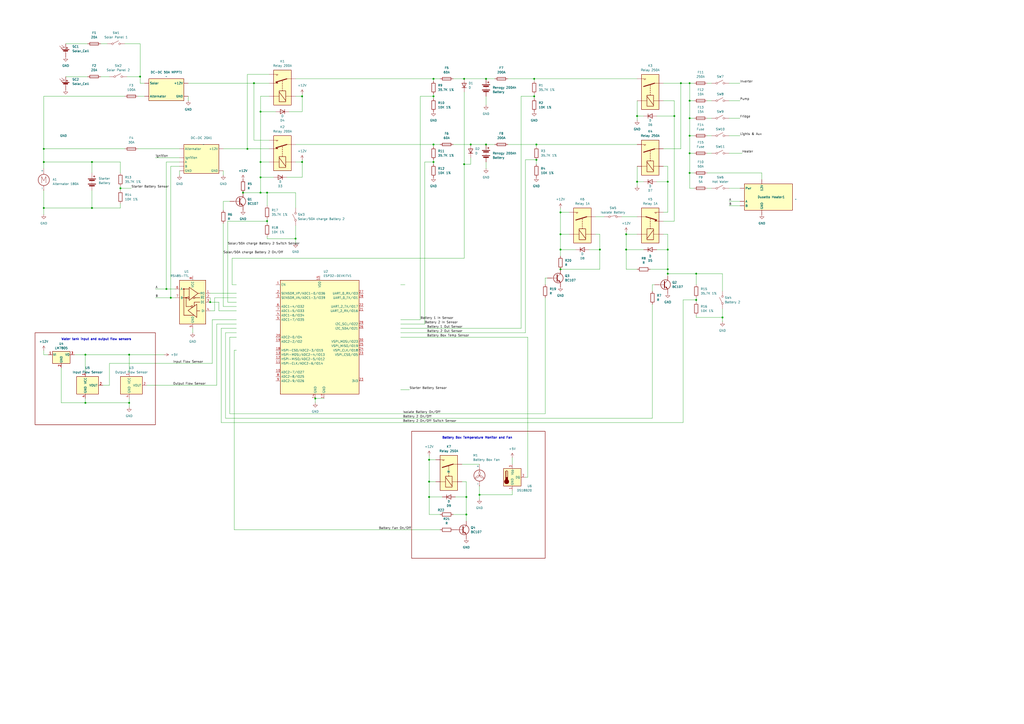
<source format=kicad_sch>
(kicad_sch (version 20250114) (generator "eeschema") (generator_version "9.0")
  (paper "A2")
  (rectangle (start 238.76 250.19) (end 316.23 323.85) (stroke (width 0.254) (color 132 0 0 1)))
  (rectangle (start 20.32 193.04) (end 90.17 246.38) (stroke (width 0.254) (color 132 0 0 1)))
  (text "Water tank input and output flow sensors" (at 55.88 196.85 0) (effects (font (size 1.27 1.27) (thickness 0.254) (bold yes))))
  (text "Battery Box Temperature Monitor and Fan" (at 276.86 254 0) (effects (font (size 1.27 1.27) (thickness 0.254) (bold yes))))
  (junction (at 400.05 68.58))
  (junction (at 387.35 158.75))
  (junction (at 269.24 45.72))
  (junction (at 387.35 144.78))
  (junction (at 175.26 93.98))
  (junction (at 400.05 78.74))
  (junction (at 248.92 288.29))
  (junction (at 309.88 55.88))
  (junction (at 25.4 93.98))
  (junction (at 69.85 109.22))
  (junction (at 270.51 288.29))
  (junction (at 325.12 156.21))
  (junction (at 53.34 93.98))
  (junction (at 281.94 83.82))
  (junction (at 273.05 83.82))
  (junction (at 270.51 298.45))
  (junction (at 143.51 86.36))
  (junction (at 96.52 167.64))
  (junction (at 269.24 95.25))
  (junction (at 49.53 205.74))
  (junction (at 387.35 105.41))
  (junction (at 347.98 144.78))
  (junction (at 151.13 64.77))
  (junction (at 175.26 55.88))
  (junction (at 81.28 44.45))
  (junction (at 248.92 279.4))
  (junction (at 400.05 88.9))
  (junction (at 49.53 233.68))
  (junction (at 53.34 120.65))
  (junction (at 387.35 156.21))
  (junction (at 311.15 83.82))
  (junction (at 151.13 102.87))
  (junction (at 400.05 58.42))
  (junction (at 363.22 135.89))
  (junction (at 25.4 86.36))
  (junction (at 363.22 144.78))
  (junction (at 251.46 55.88))
  (junction (at 99.06 172.72))
  (junction (at 248.92 266.7))
  (junction (at 309.88 45.72))
  (junction (at 251.46 93.98))
  (junction (at 311.15 92.71))
  (junction (at 154.94 128.27))
  (junction (at 325.12 123.19))
  (junction (at 400.05 100.33))
  (junction (at 325.12 144.78))
  (junction (at 419.1 184.15))
  (junction (at 121.92 175.26))
  (junction (at 278.13 287.02))
  (junction (at 151.13 93.98))
  (junction (at 74.93 205.74))
  (junction (at 400.05 48.26))
  (junction (at 25.4 120.65))
  (junction (at 171.45 138.43))
  (junction (at 281.94 45.72))
  (junction (at 369.57 67.31))
  (junction (at 140.97 111.76))
  (junction (at 151.13 111.76))
  (junction (at 147.32 48.26))
  (junction (at 394.97 48.26))
  (junction (at 182.88 231.14))
  (junction (at 154.94 111.76))
  (junction (at 403.86 173.99))
  (junction (at 251.46 83.82))
  (junction (at 325.12 135.89))
  (junction (at 403.86 158.75))
  (junction (at 74.93 233.68))
  (junction (at 391.16 67.31))
  (junction (at 251.46 45.72))
  (junction (at 369.57 105.41))
  (wire (pts (xy 403.86 172.72) (xy 403.86 173.99)))
  (wire (pts (xy 135.89 307.34) (xy 255.27 307.34)))
  (wire (pts (xy 137.16 195.58) (xy 133.35 195.58)))
  (wire (pts (xy 232.41 190.5) (xy 302.26 190.5)))
  (wire (pts (xy 248.92 279.4) (xy 252.73 279.4)))
  (wire (pts (xy 347.98 156.21) (xy 347.98 144.78)))
  (wire (pts (xy 384.81 86.36) (xy 394.97 86.36)))
  (wire (pts (xy 381 67.31) (xy 391.16 67.31)))
  (wire (pts (xy 363.22 135.89) (xy 363.22 144.78)))
  (wire (pts (xy 49.53 205.74) (xy 74.93 205.74)))
  (wire (pts (xy 347.98 135.89) (xy 347.98 144.78)))
  (wire (pts (xy 127 180.34) (xy 137.16 180.34)))
  (wire (pts (xy 129.54 99.06) (xy 129.54 101.6)))
  (wire (pts (xy 81.28 48.26) (xy 81.28 44.45)))
  (wire (pts (xy 377.19 156.21) (xy 387.35 156.21)))
  (wire (pts (xy 403.86 184.15) (xy 419.1 184.15)))
  (wire (pts (xy 400.05 100.33) (xy 402.59 100.33)))
  (wire (pts (xy 132.08 175.26) (xy 137.16 175.26)))
  (wire (pts (xy 58.42 44.45) (xy 63.5 44.45)))
  (wire (pts (xy 281.94 93.98) (xy 281.94 97.79)))
  (wire (pts (xy 171.45 45.72) (xy 251.46 45.72)))
  (wire (pts (xy 251.46 45.72) (xy 255.27 45.72)))
  (wire (pts (xy 127 175.26) (xy 121.92 175.26)))
  (wire (pts (xy 281.94 55.88) (xy 281.94 60.96)))
  (wire (pts (xy 400.05 88.9) (xy 402.59 88.9)))
  (wire (pts (xy 270.51 298.45) (xy 270.51 302.26)))
  (wire (pts (xy 251.46 83.82) (xy 255.27 83.82)))
  (wire (pts (xy 154.94 119.38) (xy 154.94 111.76)))
  (wire (pts (xy 151.13 102.87) (xy 151.13 111.76)))
  (wire (pts (xy 151.13 55.88) (xy 151.13 64.77)))
  (wire (pts (xy 53.34 93.98) (xy 53.34 100.33)))
  (wire (pts (xy 104.14 93.98) (xy 96.52 93.98)))
  (wire (pts (xy 99.06 172.72) (xy 101.6 172.72)))
  (wire (pts (xy 311.15 83.82) (xy 311.15 85.09)))
  (wire (pts (xy 363.22 156.21) (xy 369.57 156.21)))
  (wire (pts (xy 410.21 109.22) (xy 412.75 109.22)))
  (wire (pts (xy 391.16 67.31) (xy 391.16 128.27)))
  (wire (pts (xy 25.4 203.2) (xy 25.4 205.74)))
  (wire (pts (xy 269.24 95.25) (xy 269.24 149.86)))
  (wire (pts (xy 387.35 144.78) (xy 387.35 135.89)))
  (wire (pts (xy 154.94 137.16) (xy 154.94 138.43)))
  (wire (pts (xy 381 105.41) (xy 387.35 105.41)))
  (wire (pts (xy 248.92 266.7) (xy 252.73 266.7)))
  (wire (pts (xy 316.23 161.29) (xy 316.23 165.1)))
  (wire (pts (xy 248.92 288.29) (xy 256.54 288.29)))
  (wire (pts (xy 270.51 279.4) (xy 270.51 288.29)))
  (wire (pts (xy 422.91 119.38) (xy 429.26 119.38)))
  (wire (pts (xy 171.45 111.76) (xy 171.45 120.65)))
  (wire (pts (xy 121.92 172.72) (xy 121.92 175.26)))
  (wire (pts (xy 369.57 105.41) (xy 369.57 107.95)))
  (wire (pts (xy 270.51 298.45) (xy 262.89 298.45)))
  (wire (pts (xy 345.44 125.73) (xy 350.52 125.73)))
  (wire (pts (xy 309.88 54.61) (xy 309.88 55.88)))
  (wire (pts (xy 63.5 223.52) (xy 59.69 223.52)))
  (wire (pts (xy 410.21 100.33) (xy 441.96 100.33)))
  (wire (pts (xy 363.22 144.78) (xy 373.38 144.78)))
  (wire (pts (xy 422.91 109.22) (xy 429.26 109.22)))
  (wire (pts (xy 74.93 205.74) (xy 95.25 205.74)))
  (wire (pts (xy 262.89 45.72) (xy 269.24 45.72)))
  (wire (pts (xy 182.88 231.14) (xy 187.96 231.14)))
  (wire (pts (xy 151.13 55.88) (xy 156.21 55.88)))
  (wire (pts (xy 69.85 93.98) (xy 69.85 100.33)))
  (wire (pts (xy 143.51 43.18) (xy 156.21 43.18)))
  (wire (pts (xy 182.88 231.14) (xy 182.88 233.68)))
  (wire (pts (xy 99.06 96.52) (xy 99.06 172.72)))
  (wire (pts (xy 278.13 287.02) (xy 278.13 289.56)))
  (wire (pts (xy 62.23 25.4) (xy 58.42 25.4)))
  (wire (pts (xy 325.12 123.19) (xy 325.12 135.89)))
  (wire (pts (xy 232.41 185.42) (xy 243.84 185.42)))
  (wire (pts (xy 125.73 187.96) (xy 137.16 187.96)))
  (wire (pts (xy 121.92 180.34) (xy 124.46 180.34)))
  (wire (pts (xy 154.94 128.27) (xy 154.94 129.54)))
  (wire (pts (xy 85.09 223.52) (xy 125.73 223.52)))
  (wire (pts (xy 410.21 88.9) (xy 412.75 88.9)))
  (wire (pts (xy 422.91 78.74) (xy 429.26 78.74)))
  (wire (pts (xy 50.8 44.45) (xy 38.1 44.45)))
  (wire (pts (xy 251.46 85.09) (xy 251.46 83.82)))
  (wire (pts (xy 81.28 44.45) (xy 73.66 44.45)))
  (wire (pts (xy 317.5 161.29) (xy 316.23 161.29)))
  (wire (pts (xy 410.21 68.58) (xy 412.75 68.58)))
  (wire (pts (xy 387.35 96.52) (xy 387.35 105.41)))
  (wire (pts (xy 400.05 68.58) (xy 400.05 78.74)))
  (wire (pts (xy 53.34 110.49) (xy 53.34 120.65)))
  (wire (pts (xy 81.28 25.4) (xy 81.28 44.45)))
  (wire (pts (xy 137.16 193.04) (xy 130.81 193.04)))
  (wire (pts (xy 360.68 125.73) (xy 369.57 125.73)))
  (wire (pts (xy 387.35 105.41) (xy 387.35 123.19)))
  (wire (pts (xy 137.16 177.8) (xy 129.54 177.8)))
  (wire (pts (xy 287.02 83.82) (xy 281.94 83.82)))
  (wire (pts (xy 341.63 144.78) (xy 347.98 144.78)))
  (wire (pts (xy 363.22 135.89) (xy 369.57 135.89)))
  (wire (pts (xy 419.1 186.69) (xy 419.1 184.15)))
  (wire (pts (xy 140.97 111.76) (xy 151.13 111.76)))
  (wire (pts (xy 43.18 205.74) (xy 49.53 205.74)))
  (wire (pts (xy 400.05 68.58) (xy 402.59 68.58)))
  (wire (pts (xy 248.92 279.4) (xy 248.92 288.29)))
  (wire (pts (xy 273.05 91.44) (xy 273.05 95.25)))
  (wire (pts (xy 69.85 109.22) (xy 76.2 109.22)))
  (wire (pts (xy 297.18 265.43) (xy 297.18 269.24)))
  (wire (pts (xy 104.14 99.06) (xy 104.14 101.6)))
  (wire (pts (xy 25.4 110.49) (xy 25.4 120.65)))
  (wire (pts (xy 175.26 55.88) (xy 171.45 55.88)))
  (wire (pts (xy 154.94 128.27) (xy 132.08 128.27)))
  (wire (pts (xy 410.21 58.42) (xy 412.75 58.42)))
  (wire (pts (xy 309.88 46.99) (xy 309.88 45.72)))
  (wire (pts (xy 387.35 96.52) (xy 384.81 96.52)))
  (wire (pts (xy 378.46 242.57) (xy 378.46 176.53)))
  (wire (pts (xy 69.85 120.65) (xy 69.85 118.11)))
  (wire (pts (xy 50.8 25.4) (xy 38.1 25.4)))
  (wire (pts (xy 403.86 158.75) (xy 403.86 165.1)))
  (wire (pts (xy 269.24 45.72) (xy 281.94 45.72)))
  (wire (pts (xy 74.93 236.22) (xy 74.93 233.68)))
  (wire (pts (xy 130.81 242.57) (xy 378.46 242.57)))
  (wire (pts (xy 121.92 170.18) (xy 137.16 170.18)))
  (wire (pts (xy 251.46 46.99) (xy 251.46 45.72)))
  (wire (pts (xy 171.45 130.81) (xy 171.45 138.43)))
  (wire (pts (xy 387.35 160.02) (xy 387.35 158.75)))
  (wire (pts (xy 400.05 58.42) (xy 400.05 48.26)))
  (wire (pts (xy 53.34 120.65) (xy 69.85 120.65)))
  (wire (pts (xy 294.64 83.82) (xy 311.15 83.82)))
  (wire (pts (xy 232.41 165.1) (xy 234.95 165.1)))
  (wire (pts (xy 109.22 48.26) (xy 147.32 48.26)))
  (wire (pts (xy 132.08 128.27) (xy 132.08 175.26)))
  (wire (pts (xy 262.89 83.82) (xy 273.05 83.82)))
  (wire (pts (xy 25.4 55.88) (xy 25.4 86.36)))
  (wire (pts (xy 175.26 93.98) (xy 175.26 102.87)))
  (wire (pts (xy 251.46 93.98) (xy 251.46 95.25)))
  (wire (pts (xy 400.05 68.58) (xy 400.05 58.42)))
  (wire (pts (xy 90.17 91.44) (xy 104.14 91.44)))
  (wire (pts (xy 387.35 144.78) (xy 387.35 156.21)))
  (wire (pts (xy 363.22 144.78) (xy 363.22 156.21)))
  (wire (pts (xy 74.93 215.9) (xy 74.93 205.74)))
  (wire (pts (xy 400.05 48.26) (xy 402.59 48.26)))
  (wire (pts (xy 403.86 184.15) (xy 403.86 182.88)))
  (wire (pts (xy 109.22 55.88) (xy 109.22 58.42)))
  (wire (pts (xy 369.57 58.42) (xy 369.57 67.31)))
  (wire (pts (xy 309.88 45.72) (xy 369.57 45.72)))
  (wire (pts (xy 281.94 45.72) (xy 287.02 45.72)))
  (wire (pts (xy 325.12 120.65) (xy 325.12 123.19)))
  (wire (pts (xy 25.4 93.98) (xy 53.34 93.98)))
  (wire (pts (xy 270.51 279.4) (xy 267.97 279.4)))
  (wire (pts (xy 125.73 223.52) (xy 125.73 187.96)))
  (wire (pts (xy 347.98 135.89) (xy 345.44 135.89)))
  (wire (pts (xy 325.12 123.19) (xy 330.2 123.19)))
  (wire (pts (xy 251.46 92.71) (xy 251.46 93.98)))
  (wire (pts (xy 232.41 195.58) (xy 306.07 195.58)))
  (wire (pts (xy 137.16 203.2) (xy 135.89 203.2)))
  (wire (pts (xy 35.56 233.68) (xy 49.53 233.68)))
  (wire (pts (xy 154.94 111.76) (xy 151.13 111.76)))
  (wire (pts (xy 175.26 64.77) (xy 175.26 55.88)))
  (wire (pts (xy 127 175.26) (xy 127 180.34)))
  (wire (pts (xy 151.13 64.77) (xy 160.02 64.77)))
  (wire (pts (xy 90.17 167.64) (xy 96.52 167.64)))
  (wire (pts (xy 369.57 105.41) (xy 373.38 105.41)))
  (wire (pts (xy 381 144.78) (xy 387.35 144.78)))
  (wire (pts (xy 69.85 109.22) (xy 69.85 110.49)))
  (wire (pts (xy 410.21 48.26) (xy 412.75 48.26)))
  (wire (pts (xy 267.97 269.24) (xy 278.13 269.24)))
  (wire (pts (xy 378.46 165.1) (xy 378.46 168.91)))
  (wire (pts (xy 403.86 158.75) (xy 419.1 158.75)))
  (wire (pts (xy 129.54 116.84) (xy 129.54 121.92)))
  (wire (pts (xy 387.35 123.19) (xy 384.81 123.19)))
  (wire (pts (xy 123.19 210.82) (xy 63.5 210.82)))
  (wire (pts (xy 396.24 173.99) (xy 396.24 245.11)))
  (wire (pts (xy 128.27 190.5) (xy 137.16 190.5)))
  (wire (pts (xy 297.18 287.02) (xy 278.13 287.02)))
  (wire (pts (xy 167.64 64.77) (xy 175.26 64.77)))
  (wire (pts (xy 302.26 55.88) (xy 309.88 55.88)))
  (wire (pts (xy 369.57 67.31) (xy 369.57 69.85)))
  (wire (pts (xy 400.05 78.74) (xy 402.59 78.74)))
  (wire (pts (xy 134.62 149.86) (xy 269.24 149.86)))
  (wire (pts (xy 396.24 173.99) (xy 403.86 173.99)))
  (wire (pts (xy 49.53 233.68) (xy 74.93 233.68)))
  (wire (pts (xy 391.16 58.42) (xy 391.16 67.31)))
  (wire (pts (xy 49.53 205.74) (xy 49.53 215.9)))
  (wire (pts (xy 90.17 172.72) (xy 99.06 172.72)))
  (wire (pts (xy 441.96 100.33) (xy 441.96 104.14)))
  (wire (pts (xy 387.35 158.75) (xy 387.35 156.21)))
  (wire (pts (xy 133.35 195.58) (xy 133.35 240.03)))
  (wire (pts (xy 53.34 93.98) (xy 69.85 93.98)))
  (wire (pts (xy 151.13 93.98) (xy 156.21 93.98)))
  (wire (pts (xy 269.24 95.25) (xy 273.05 95.25)))
  (wire (pts (xy 25.4 55.88) (xy 72.39 55.88)))
  (wire (pts (xy 394.97 48.26) (xy 394.97 86.36)))
  (wire (pts (xy 246.38 93.98) (xy 251.46 93.98)))
  (wire (pts (xy 400.05 100.33) (xy 400.05 109.22)))
  (wire (pts (xy 134.62 149.86) (xy 134.62 165.1)))
  (wire (pts (xy 419.1 179.07) (xy 419.1 184.15)))
  (wire (pts (xy 129.54 86.36) (xy 143.51 86.36)))
  (wire (pts (xy 304.8 92.71) (xy 311.15 92.71)))
  (wire (pts (xy 325.12 135.89) (xy 325.12 144.78)))
  (wire (pts (xy 151.13 64.77) (xy 151.13 93.98)))
  (wire (pts (xy 171.45 83.82) (xy 251.46 83.82)))
  (wire (pts (xy 104.14 96.52) (xy 99.06 96.52)))
  (wire (pts (xy 232.41 193.04) (xy 304.8 193.04)))
  (wire (pts (xy 422.91 58.42) (xy 429.26 58.42)))
  (wire (pts (xy 143.51 86.36) (xy 156.21 86.36)))
  (wire (pts (xy 135.89 203.2) (xy 135.89 307.34)))
  (wire (pts (xy 25.4 120.65) (xy 25.4 124.46)))
  (wire (pts (xy 384.81 48.26) (xy 394.97 48.26)))
  (wire (pts (xy 400.05 100.33) (xy 400.05 88.9)))
  (wire (pts (xy 387.35 158.75) (xy 403.86 158.75)))
  (wire (pts (xy 400.05 109.22) (xy 402.59 109.22)))
  (wire (pts (xy 297.18 284.48) (xy 297.18 287.02)))
  (wire (pts (xy 69.85 107.95) (xy 69.85 109.22)))
  (wire (pts (xy 248.92 264.16) (xy 248.92 266.7)))
  (wire (pts (xy 129.54 129.54) (xy 129.54 177.8)))
  (wire (pts (xy 96.52 93.98) (xy 96.52 167.64)))
  (wire (pts (xy 111.76 190.5) (xy 111.76 193.04)))
  (wire (pts (xy 302.26 55.88) (xy 302.26 190.5)))
  (wire (pts (xy 270.51 298.45) (xy 270.51 288.29)))
  (wire (pts (xy 175.26 54.61) (xy 175.26 55.88)))
  (wire (pts (xy 400.05 78.74) (xy 400.05 88.9)))
  (wire (pts (xy 130.81 193.04) (xy 130.81 242.57)))
  (wire (pts (xy 232.41 187.96) (xy 246.38 187.96)))
  (wire (pts (xy 171.45 138.43) (xy 171.45 140.97)))
  (wire (pts (xy 137.16 185.42) (xy 123.19 185.42)))
  (wire (pts (xy 232.41 226.06) (xy 237.49 226.06)))
  (wire (pts (xy 154.94 111.76) (xy 171.45 111.76)))
  (wire (pts (xy 311.15 83.82) (xy 369.57 83.82)))
  (wire (pts (xy 49.53 233.68) (xy 49.53 231.14)))
  (wire (pts (xy 251.46 54.61) (xy 251.46 55.88)))
  (wire (pts (xy 325.12 156.21) (xy 347.98 156.21)))
  (wire (pts (xy 147.32 48.26) (xy 147.32 81.28)))
  (wire (pts (xy 325.12 144.78) (xy 334.01 144.78)))
  (wire (pts (xy 251.46 55.88) (xy 251.46 57.15)))
  (wire (pts (xy 72.39 86.36) (xy 25.4 86.36)))
  (wire (pts (xy 128.27 245.11) (xy 128.27 190.5)))
  (wire (pts (xy 175.26 93.98) (xy 171.45 93.98)))
  (wire (pts (xy 243.84 55.88) (xy 251.46 55.88)))
  (wire (pts (xy 124.46 172.72) (xy 137.16 172.72)))
  (wire (pts (xy 80.01 55.88) (xy 83.82 55.88)))
  (wire (pts (xy 123.19 185.42) (xy 123.19 210.82)))
  (wire (pts (xy 379.73 165.1) (xy 378.46 165.1)))
  (wire (pts (xy 278.13 281.94) (xy 278.13 287.02)))
  (wire (pts (xy 143.51 43.18) (xy 143.51 86.36)))
  (wire (pts (xy 400.05 58.42) (xy 402.59 58.42)))
  (wire (pts (xy 246.38 187.96) (xy 246.38 93.98)))
  (wire (pts (xy 175.26 92.71) (xy 175.26 93.98)))
  (wire (pts (xy 166.37 102.87) (xy 175.26 102.87)))
  (wire (pts (xy 422.91 88.9) (xy 430.53 88.9)))
  (wire (pts (xy 63.5 210.82) (xy 63.5 223.52)))
  (wire (pts (xy 134.62 165.1) (xy 137.16 165.1)))
  (wire (pts (xy 128.27 245.11) (xy 396.24 245.11)))
  (wire (pts (xy 154.94 127) (xy 154.94 128.27)))
  (wire (pts (xy 133.35 116.84) (xy 129.54 116.84)))
  (wire (pts (xy 25.4 205.74) (xy 27.94 205.74)))
  (wire (pts (xy 369.57 96.52) (xy 369.57 105.41)))
  (wire (pts (xy 96.52 167.64) (xy 101.6 167.64)))
  (wire (pts (xy 419.1 158.75) (xy 419.1 168.91)))
  (wire (pts (xy 410.21 78.74) (xy 412.75 78.74)))
  (wire (pts (xy 325.12 144.78) (xy 325.12 148.59)))
  (wire (pts (xy 147.32 48.26) (xy 156.21 48.26)))
  (wire (pts (xy 74.93 233.68) (xy 74.93 231.14)))
  (wire (pts (xy 80.01 86.36) (xy 104.14 86.36)))
  (wire (pts (xy 248.92 266.7) (xy 248.92 279.4)))
  (wire (pts (xy 154.94 138.43) (xy 171.45 138.43)))
  (wire (pts (xy 243.84 185.42) (xy 243.84 55.88)))
  (wire (pts (xy 273.05 83.82) (xy 281.94 83.82)))
  (wire (pts (xy 384.81 58.42) (xy 391.16 58.42)))
  (wire (pts (xy 151.13 102.87) (xy 158.75 102.87)))
  (wire (pts (xy 255.27 298.45) (xy 248.92 298.45)))
  (wire (pts (xy 394.97 48.26) (xy 400.05 48.26)))
  (wire (pts (xy 25.4 120.65) (xy 53.34 120.65)))
  (wire (pts (xy 81.28 48.26) (xy 83.82 48.26)))
  (wire (pts (xy 35.56 213.36) (xy 35.56 233.68)))
  (wire (pts (xy 422.91 116.84) (xy 429.26 116.84)))
  (wire (pts (xy 325.12 135.89) (xy 330.2 135.89)))
  (wire (pts (xy 391.16 128.27) (xy 384.81 128.27)))
  (wire (pts (xy 403.86 173.99) (xy 403.86 175.26)))
  (wire (pts (xy 306.07 276.86) (xy 304.8 276.86)))
  (wire (pts (xy 384.81 135.89) (xy 387.35 135.89)))
  (wire (pts (xy 363.22 134.62) (xy 363.22 135.89)))
  (wire (pts (xy 72.39 25.4) (xy 81.28 25.4)))
  (wire (pts (xy 422.91 48.26) (xy 429.26 48.26)))
  (wire (pts (xy 304.8 92.71) (xy 304.8 193.04)))
  (wire (pts (xy 422.91 68.58) (xy 429.26 68.58)))
  (wire (pts (xy 316.23 172.72) (xy 316.23 240.03)))
  (wire (pts (xy 311.15 92.71) (xy 311.15 95.25)))
  (wire (pts (xy 156.21 81.28) (xy 147.32 81.28)))
  (wire (pts (xy 124.46 180.34) (xy 124.46 172.72)))
  (wire (pts (xy 309.88 55.88) (xy 309.88 57.15)))
  (wire (pts (xy 133.35 240.03) (xy 316.23 240.03)))
  (wire (pts (xy 369.57 67.31) (xy 373.38 67.31)))
  (wire (pts (xy 248.92 288.29) (xy 248.92 298.45)))
  (wire (pts (xy 25.4 86.36) (xy 25.4 93.98)))
  (wire (pts (xy 151.13 93.98) (xy 151.13 102.87)))
  (wire (pts (xy 264.16 288.29) (xy 270.51 288.29)))
  (wire (pts (xy 269.24 53.34) (xy 269.24 95.25)))
  (wire (pts (xy 25.4 93.98) (xy 25.4 97.79)))
  (wire (pts (xy 306.07 276.86) (xy 306.07 195.58)))
  (wire (pts (xy 294.64 45.72) (xy 309.88 45.72)))
  (label "Lights & Aux" (at 429.26 78.74 0))
  (label "A" (at 422.91 116.84 0))
  (label "Solar{slash}50A charge Battery 2 Switch Sensor" (at 132.08 142.24 0))
  (label "B" (at 90.17 172.72 0))
  (label "Battery Box Temp Sensor" (at 247.65 195.58 0))
  (label "Starter Battery Sensor" (at 237.49 226.06 0))
  (label "Inverter" (at 429.26 48.26 0))
  (label "Battery Fan On/Off" (at 219.71 307.34 0))
  (label "Battery 1 Out Sensor" (at 247.65 190.5 0))
  (label "Battery 1 In Sensor" (at 243.84 185.42 0))
  (label "Input Flow Sensor" (at 100.33 210.82 0))
  (label "Fridge" (at 429.26 68.58 0))
  (label "Isolate Battery On{slash}Off" (at 233.68 240.03 0))
  (label "B" (at 422.91 119.38 0))
  (label "A" (at 90.17 167.64 0))
  (label "Battery 2 Out Sensor" (at 247.65 193.04 0))
  (label "Output Flow Sensor" (at 100.33 223.52 0))
  (label "Solar{slash}50A charge Battery 2 On{slash}Off" (at 129.54 147.32 0))
  (label "Heater" (at 430.53 88.9 0))
  (label "Starter Battery Sensor" (at 76.2 109.22 0))
  (label "Battery 2 On{slash}Off Switch Sensor" (at 233.68 245.11 0))
  (label "Pump" (at 429.26 58.42 0))
  (label "ignition" (at 90.17 91.44 0))
  (label "Battery 2 On{slash}Off" (at 233.68 242.57 0))
  (label "Battery 2 In Sensor" (at 246.38 187.96 0))
  (symbol (lib_id "Device:R") (at 154.94 123.19 0) (unit 1)
    (property "Reference" "R17" (at 157.48 121.9199 0) (effects (justify left)))
    (property "Value" "35.7K 1%" (at 157.48 124.4599 0) (effects (justify left)))
    (property "Description" "Resistor" (effects (hide yes)))
  )
  (symbol (lib_id "Device:Solar_Cell") (at 38.1 30.48 0) (unit 1)
    (property "Reference" "SC1" (at 41.91 27.0509 0) (effects (justify left)))
    (property "Value" "Solar_Cell" (at 41.91 29.5909 0) (effects (justify left)))
    (property "Description" "Single solar cell" (effects (hide yes)))
  )
  (symbol (lib_id "Device:D") (at 163.83 64.77 0) (mirror y) (unit 1)
    (property "Reference" "D4" (at 163.83 69.85 0))
    (property "Value" "D" (at 163.83 67.31 0))
    (property "Description" "Diode" (effects (hide yes)))
    (property "Sim.Device" "D" (effects (hide yes)))
    (property "Sim.Pins" "1=K 2=A" (effects (hide yes)))
  )
  (symbol (lib_id "Device:Fuse") (at 406.4 78.74 90) (unit 1)
    (property "Reference" "F14" (at 406.4 72.39 90))
    (property "Value" "Fuse" (at 406.4 74.93 90))
    (property "Description" "Fuse" (effects (hide yes)))
  )
  (symbol (lib_id "Device:R") (at 403.86 179.07 0) (unit 1)
    (property "Reference" "R16" (at 406.4 177.7999 0) (effects (justify left)))
    (property "Value" "10K 1%" (at 406.4 180.3399 0) (effects (justify left)))
    (property "Description" "Resistor" (effects (hide yes)))
  )
  (symbol (lib_id "Transistor_BJT:BC107") (at 384.81 165.1 0) (unit 1)
    (property "Reference" "Q2" (at 389.89 163.8299 0) (effects (justify left)))
    (property "Value" "BC107" (at 389.89 166.3699 0) (effects (justify left)))
    (property "Footprint" "Package_TO_SOT_THT:TO-18-3" (effects (hide yes)))
    (property "Datasheet" "http://www.b-kainka.de/Daten/Transistor/BC108.pdf" (effects (hide yes)))
    (property "Description" "0.1A Ic, 50V Vce, Low Noise General Purpose NPN Transistor, TO-18" (effects (hide yes)))
  )
  (symbol (lib_id "Device:Fuse") (at 406.4 58.42 90) (unit 1)
    (property "Reference" "F12" (at 406.4 52.07 90))
    (property "Value" "10A" (at 406.4 54.61 90))
    (property "Description" "Fuse" (effects (hide yes)))
  )
  (symbol (lib_id "camper_van:ESP32-DEVKITV1") (at 175.26 195.58 0) (unit 1)
    (property "Reference" "U2" (at 187.5633 157.48 0) (effects (justify left)))
    (property "Value" "ESP32-DEVKITV1" (at 187.5633 160.02 0) (effects (justify left)))
    (property "Footprint" "RF_Module:ESP32-WROOM-32" (effects (hide yes)))
    (property "Datasheet" "https://www.espressif.com/sites/default/files/documentation/esp32-wroom-32_datasheet_en.pdf" (effects (hide yes)))
    (property "Description" "RF Module, ESP32-D0WDQ6 SoC, Wi-Fi 802.11b/g/n, Bluetooth, BLE, 32-bit, 2.7-3.6V, onboard antenna, SMD" (effects (hide yes)))
  )
  (symbol (lib_id "Relay:Relay_SPST-NO") (at 377.19 53.34 90) (unit 1)
    (property "Reference" "K3" (at 377.19 38.1 90))
    (property "Value" "Relay 250A" (at 377.19 40.64 90))
    (property "Description" "Relay SPST, normally open, EN50005" (effects (hide yes)))
  )
  (symbol (lib_id "Motor:Fan") (at 278.13 276.86 0) (unit 1)
    (property "Reference" "M1" (at 274.32 264.16 0) (effects (justify left)))
    (property "Value" "Battery Box Fan" (at 274.32 266.7 0) (effects (justify left)))
    (property "Description" "Fan" (effects (hide yes)))
  )
  (symbol (lib_id "Device:R") (at 325.12 152.4 0) (unit 1)
    (property "Reference" "R20" (at 327.66 151.1299 0) (effects (justify left)))
    (property "Value" "R" (at 327.66 153.6699 0) (effects (justify left)))
    (property "Description" "Resistor" (effects (hide yes)))
  )
  (symbol (lib_id "Device:R") (at 251.46 99.06 0) (unit 1)
    (property "Reference" "R12" (at 254 97.7899 0) (effects (justify left)))
    (property "Value" "10K 1%" (at 254 100.3299 0) (effects (justify left)))
    (property "Description" "Resistor" (effects (hide yes)))
  )
  (symbol (lib_name "Relay_SPDT_1") (lib_id "Relay:Relay_SPDT") (at 163.83 50.8 90) (unit 1)
    (property "Reference" "K1" (at 163.83 35.56 90))
    (property "Value" "Relay 200A" (at 163.83 38.1 90))
    (property "Description" "Relay SPDT, monostable, EN50005" (effects (hide yes)))
  )
  (symbol (lib_id "power:GND") (at 109.22 58.42 0) (unit 1)
    (property "Reference" "#PWR07" (effects (hide yes)))
    (property "Value" "GND" (at 109.22 63.5 0))
    (property "Description" "Power symbol creates a global label with name \"GND\" , ground" (effects (hide yes)))
  )
  (symbol (lib_id "Transistor_BJT:BC107") (at 322.58 161.29 0) (unit 1)
    (property "Reference" "Q3" (at 327.66 160.0199 0) (effects (justify left)))
    (property "Value" "BC107" (at 327.66 162.5599 0) (effects (justify left)))
    (property "Footprint" "Package_TO_SOT_THT:TO-18-3" (effects (hide yes)))
    (property "Datasheet" "http://www.b-kainka.de/Daten/Transistor/BC108.pdf" (effects (hide yes)))
    (property "Description" "0.1A Ic, 50V Vce, Low Noise General Purpose NPN Transistor, TO-18" (effects (hide yes)))
  )
  (symbol (lib_id "Device:R") (at 309.88 50.8 0) (unit 1)
    (property "Reference" "R1" (at 312.42 49.5299 0) (effects (justify left)))
    (property "Value" "35.7K 1%" (at 312.42 52.0699 0) (effects (justify left)))
    (property "Description" "Resistor" (effects (hide yes)))
  )
  (symbol (lib_id "Device:Fuse") (at 290.83 83.82 90) (unit 1)
    (property "Reference" "F8" (at 290.83 77.47 90))
    (property "Value" "200A" (at 290.83 80.01 90))
    (property "Description" "Fuse" (effects (hide yes)))
  )
  (symbol (lib_name "SW_SPST_2") (lib_id "Switch:SW_SPST") (at 417.83 88.9 0) (unit 1)
    (property "Reference" "SW11" (at 417.83 85.09 0))
    (property "Value" "~" (at 417.83 85.09 0))
    (property "Description" "Single Pole Single Throw (SPST) switch" (effects (hide yes)))
  )
  (symbol (lib_name "Relay_SPDT_2") (lib_id "Relay:Relay_SPDT") (at 377.19 130.81 270) (mirror x) (unit 1)
    (property "Reference" "K5" (at 377.19 115.57 90))
    (property "Value" "Relay 1A" (at 377.19 118.11 90))
    (property "Description" "Relay SPDT, monostable, EN50005" (effects (hide yes)))
  )
  (symbol (lib_id "camper_van:DC-DC_20A") (at 119.38 83.82 0) (unit 1)
    (property "Reference" "DC-DC 20A1" (at 116.84 80.01 0))
    (property "Value" "~" (at 118.11 83.82 0))
  )
  (symbol (lib_id "Transistor_BJT:BC107") (at 138.43 116.84 0) (unit 1)
    (property "Reference" "Q1" (at 143.51 115.5699 0) (effects (justify left)))
    (property "Value" "BC107" (at 143.51 118.1099 0) (effects (justify left)))
    (property "Footprint" "Package_TO_SOT_THT:TO-18-3" (effects (hide yes)))
    (property "Datasheet" "http://www.b-kainka.de/Daten/Transistor/BC108.pdf" (effects (hide yes)))
    (property "Description" "0.1A Ic, 50V Vce, Low Noise General Purpose NPN Transistor, TO-18" (effects (hide yes)))
  )
  (symbol (lib_id "Device:D") (at 162.56 102.87 0) (mirror y) (unit 1)
    (property "Reference" "D3" (at 162.56 107.95 0))
    (property "Value" "D" (at 162.56 105.41 0))
    (property "Description" "Diode" (effects (hide yes)))
    (property "Sim.Device" "D" (effects (hide yes)))
    (property "Sim.Pins" "1=K 2=A" (effects (hide yes)))
  )
  (symbol (lib_id "power:GND") (at 129.54 101.6 0) (unit 1)
    (property "Reference" "#PWR010" (effects (hide yes)))
    (property "Value" "GND" (at 129.54 106.68 0))
    (property "Description" "Power symbol creates a global label with name \"GND\" , ground" (effects (hide yes)))
  )
  (symbol (lib_id "power:GND") (at 140.97 121.92 0) (unit 1)
    (property "Reference" "#PWR019" (effects (hide yes)))
    (property "Value" "GND" (at 140.97 127 0))
    (property "Description" "Power symbol creates a global label with name \"GND\" , ground" (effects (hide yes)))
  )
  (symbol (lib_id "power:GND") (at 281.94 60.96 0) (unit 1)
    (property "Reference" "#PWR02" (effects (hide yes)))
    (property "Value" "GND" (at 281.94 66.04 0))
    (property "Description" "Power symbol creates a global label with name \"GND\" , ground" (effects (hide yes)))
  )
  (symbol (lib_id "Device:Fuse") (at 406.4 48.26 90) (unit 1)
    (property "Reference" "F11" (at 406.4 41.91 90))
    (property "Value" "250A" (at 406.4 44.45 90))
    (property "Description" "Fuse" (effects (hide yes)))
  )
  (symbol (lib_id "power:GND") (at 387.35 170.18 0) (unit 1)
    (property "Reference" "#PWR024" (effects (hide yes)))
    (property "Value" "GND" (at 387.35 175.26 0))
    (property "Description" "Power symbol creates a global label with name \"GND\" , ground" (effects (hide yes)))
  )
  (symbol (lib_id "Device:R") (at 129.54 125.73 0) (unit 1)
    (property "Reference" "R6" (at 132.08 124.4599 0) (effects (justify left)))
    (property "Value" "R" (at 132.08 126.9999 0) (effects (justify left)))
    (property "Description" "Resistor" (effects (hide yes)))
  )
  (symbol (lib_id "power:+12V") (at 325.12 120.65 0) (unit 1)
    (property "Reference" "#PWR014" (effects (hide yes)))
    (property "Value" "+12V" (at 325.12 115.57 0))
    (property "Description" "Power symbol creates a global label with name \"+12V\"" (effects (hide yes)))
  )
  (symbol (lib_id "power:+5V") (at 297.18 265.43 0) (unit 1)
    (property "Reference" "#PWR011" (effects (hide yes)))
    (property "Value" "+5V" (at 297.18 260.35 0))
    (property "Description" "Power symbol creates a global label with name \"+5V\"" (effects (hide yes)))
  )
  (symbol (lib_id "Device:Battery") (at 281.94 50.8 0) (unit 1)
    (property "Reference" "Renogy 200Ah" (at 285.75 50.8 0) (effects (justify left)))
    (property "Value" "Battery" (at 285.75 53.34 0) (effects (justify left)))
    (property "Description" "Multiple-cell battery" (effects (hide yes)))
  )
  (symbol (lib_id "Relay:Relay_SPDT") (at 163.83 88.9 90) (unit 1)
    (property "Reference" "K2" (at 163.83 73.66 90))
    (property "Value" "Relay 200A" (at 163.83 76.2 90))
    (property "Description" "Relay SPDT, monostable, EN50005" (effects (hide yes)))
  )
  (symbol (lib_id "power:GND") (at 111.76 193.04 0) (unit 1)
    (property "Reference" "#PWR036" (effects (hide yes)))
    (property "Value" "GND" (at 111.76 198.12 0))
    (property "Description" "Power symbol creates a global label with name \"GND\" , ground" (effects (hide yes)))
  )
  (symbol (lib_id "power:GND") (at 281.94 97.79 0) (unit 1)
    (property "Reference" "#PWR04" (effects (hide yes)))
    (property "Value" "GND" (at 281.94 102.87 0))
    (property "Description" "Power symbol creates a global label with name \"GND\" , ground" (effects (hide yes)))
  )
  (symbol (lib_id "Motor:Motor_DC") (at 25.4 102.87 0) (unit 1)
    (property "Reference" "A1" (at 30.48 104.1399 0) (effects (justify left)))
    (property "Value" "Alternator 180A" (at 30.48 106.6799 0) (effects (justify left)))
    (property "Description" "DC Motor" (effects (hide yes)))
  )
  (symbol (lib_id "Device:R") (at 259.08 307.34 90) (unit 1)
    (property "Reference" "R21" (at 259.08 300.99 90))
    (property "Value" "R" (at 259.08 303.53 90))
    (property "Description" "Resistor" (effects (hide yes)))
  )
  (symbol (lib_id "Device:R") (at 259.08 298.45 90) (unit 1)
    (property "Reference" "R22" (at 257.8099 295.91 90) (effects (justify left)))
    (property "Value" "R" (at 260.3499 274.32 0) (effects (justify left)))
    (property "Description" "Resistor" (effects (hide yes)))
  )
  (symbol (lib_id "Relay:Relay_SPST-NO") (at 377.19 91.44 90) (unit 1)
    (property "Reference" "K4" (at 377.19 76.2 90))
    (property "Value" "Relay 250A" (at 377.19 78.74 90))
    (property "Description" "Relay SPST, normally open, EN50005" (effects (hide yes)))
  )
  (symbol (lib_id "camper_van:DC-DC_IP67_50A") (at 97.79 44.45 0) (unit 1)
    (property "Reference" "DC-DC 50A MPPT1" (at 96.52 41.91 0))
    (property "Value" "~" (at 96.52 44.45 0))
  )
  (symbol (lib_id "power:GND") (at 369.57 69.85 0) (unit 1)
    (property "Reference" "#PWR016" (effects (hide yes)))
    (property "Value" "GND" (at 369.57 74.93 0))
    (property "Description" "Power symbol creates a global label with name \"GND\" , ground" (effects (hide yes)))
  )
  (symbol (lib_id "power:GND") (at 182.88 233.68 0) (unit 1)
    (property "Reference" "#PWR027" (effects (hide yes)))
    (property "Value" "GND" (at 182.88 238.76 0))
    (property "Description" "Power symbol creates a global label with name \"GND\" , ground" (effects (hide yes)))
  )
  (symbol (lib_id "Device:R") (at 251.46 88.9 0) (unit 1)
    (property "Reference" "R11" (at 254 87.6299 0) (effects (justify left)))
    (property "Value" "35.7K 1%" (at 254 90.1699 0) (effects (justify left)))
    (property "Description" "Resistor" (effects (hide yes)))
  )
  (symbol (lib_id "power:+5V") (at 95.25 205.74 270) (unit 1)
    (property "Reference" "#PWR01" (effects (hide yes)))
    (property "Value" "+5V" (at 99.06 205.7399 90) (effects (justify left)))
    (property "Description" "Power symbol creates a global label with name \"+5V\"" (effects (hide yes)))
  )
  (symbol (lib_id "Device:Fuse") (at 54.61 44.45 90) (unit 1)
    (property "Reference" "F2" (at 54.61 38.1 90))
    (property "Value" "20A" (at 54.61 40.64 90))
    (property "Description" "Fuse" (effects (hide yes)))
  )
  (symbol (lib_id "Device:R") (at 140.97 107.95 0) (unit 1)
    (property "Reference" "R5" (at 143.51 106.6799 0) (effects (justify left)))
    (property "Value" "R" (at 143.51 109.2199 0) (effects (justify left)))
    (property "Description" "Resistor" (effects (hide yes)))
  )
  (symbol (lib_id "power:GND") (at 270.51 312.42 0) (unit 1)
    (property "Reference" "#PWR039" (effects (hide yes)))
    (property "Value" "GND" (at 270.51 317.5 0))
    (property "Description" "Power symbol creates a global label with name \"GND\" , ground" (effects (hide yes)))
  )
  (symbol (lib_id "camper_van:Duoetto") (at 434.34 114.3 0) (unit 1)
    (property "Reference" "Duoetto Heater1" (at 439.42 114.3 0) (effects (justify left)))
    (property "Value" "~" (at 461.01 115.57 0) (effects (justify left)))
  )
  (symbol (lib_id "power:GND") (at 311.15 102.87 0) (unit 1)
    (property "Reference" "#PWR015" (effects (hide yes)))
    (property "Value" "GND" (at 311.15 107.95 0))
    (property "Description" "Power symbol creates a global label with name \"GND\" , ground" (effects (hide yes)))
  )
  (symbol (lib_id "Device:Fuse") (at 76.2 55.88 90) (unit 1)
    (property "Reference" "F3" (at 76.2 49.53 90))
    (property "Value" "100A" (at 76.2 52.07 90))
    (property "Description" "Fuse" (effects (hide yes)))
  )
  (symbol (lib_id "Device:R") (at 311.15 99.06 0) (unit 1)
    (property "Reference" "R4" (at 313.69 97.7899 0) (effects (justify left)))
    (property "Value" "10K 1%" (at 313.69 100.3299 0) (effects (justify left)))
    (property "Description" "Resistor" (effects (hide yes)))
  )
  (symbol (lib_id "power:GND") (at 278.13 289.56 0) (unit 1)
    (property "Reference" "#PWR08" (effects (hide yes)))
    (property "Value" "GND" (at 278.13 294.64 0))
    (property "Description" "Power symbol creates a global label with name \"GND\" , ground" (effects (hide yes)))
  )
  (symbol (lib_id "power:GND") (at 251.46 64.77 0) (unit 1)
    (property "Reference" "#PWR022" (effects (hide yes)))
    (property "Value" "GND" (at 251.46 69.85 0))
    (property "Description" "Power symbol creates a global label with name \"GND\" , ground" (effects (hide yes)))
  )
  (symbol (lib_id "Device:Fuse") (at 406.4 109.22 90) (unit 1)
    (property "Reference" "F9" (at 406.4 102.87 90))
    (property "Value" "5A" (at 406.4 105.41 90))
    (property "Description" "Fuse" (effects (hide yes)))
  )
  (symbol (lib_id "Device:R") (at 311.15 88.9 0) (unit 1)
    (property "Reference" "R3" (at 313.69 87.6299 0) (effects (justify left)))
    (property "Value" "35.7K 1%" (at 313.69 90.1699 0) (effects (justify left)))
    (property "Description" "Resistor" (effects (hide yes)))
  )
  (symbol (lib_id "Sensor_Temperature:DS18B20") (at 297.18 276.86 0) (unit 1)
    (property "Reference" "U6" (at 308.61 281.94 0) (effects (justify right)))
    (property "Value" "DS18B20" (at 308.61 284.48 0) (effects (justify right)))
    (property "Footprint" "Package_TO_SOT_THT:TO-92_Inline" (effects (hide yes)))
    (property "Datasheet" "http://datasheets.maximintegrated.com/en/ds/DS18B20.pdf" (effects (hide yes)))
    (property "Description" "Programmable Resolution 1-Wire Digital Thermometer TO-92" (effects (hide yes)))
  )
  (symbol (lib_id "Regulator_Linear:LM7805_TO220") (at 35.56 205.74 0) (unit 1)
    (property "Reference" "U4" (at 35.56 199.39 0))
    (property "Value" "LM7805" (at 35.56 201.93 0))
    (property "Footprint" "Package_TO_SOT_THT:TO-220-3_Vertical" (effects (hide yes)))
    (property "Datasheet" "https://www.onsemi.cn/PowerSolutions/document/MC7800-D.PDF" (effects (hide yes)))
    (property "Description" "Positive 1A 35V Linear Regulator, Fixed Output 5V, TO-220" (effects (hide yes)))
  )
  (symbol (lib_id "power:GND") (at 74.93 236.22 0) (unit 1)
    (property "Reference" "#PWR035" (effects (hide yes)))
    (property "Value" "GND" (at 74.93 241.3 0))
    (property "Description" "Power symbol creates a global label with name \"GND\" , ground" (effects (hide yes)))
  )
  (symbol (lib_id "Device:Battery") (at 53.34 105.41 0) (unit 1)
    (property "Reference" "Starter" (at 57.15 103.5684 0) (effects (justify left)))
    (property "Value" "Battery" (at 57.15 106.1084 0) (effects (justify left)))
    (property "Description" "Multiple-cell battery" (effects (hide yes)))
  )
  (symbol (lib_id "power:GND") (at 419.1 186.69 0) (unit 1)
    (property "Reference" "#PWR029" (effects (hide yes)))
    (property "Value" "GND" (at 419.1 191.77 0))
    (property "Description" "Power symbol creates a global label with name \"GND\" , ground" (effects (hide yes)))
  )
  (symbol (lib_id "Device:R") (at 403.86 168.91 0) (unit 1)
    (property "Reference" "R15" (at 406.4 167.6399 0) (effects (justify left)))
    (property "Value" "35.7K 1%" (at 406.4 170.1799 0) (effects (justify left)))
    (property "Description" "Resistor" (effects (hide yes)))
  )
  (symbol (lib_id "Device:Fuse") (at 259.08 83.82 90) (unit 1)
    (property "Reference" "F6" (at 259.08 77.47 90))
    (property "Value" "60A" (at 259.08 80.01 90))
    (property "Description" "Fuse" (effects (hide yes)))
  )
  (symbol (lib_id "power:GND") (at 325.12 166.37 0) (unit 1)
    (property "Reference" "#PWR033" (effects (hide yes)))
    (property "Value" "GND" (at 325.12 171.45 0))
    (property "Description" "Power symbol creates a global label with name \"GND\" , ground" (effects (hide yes)))
  )
  (symbol (lib_id "Sensor_Current:A1363xKTTN-1") (at 74.93 223.52 0) (unit 1)
    (property "Reference" "U3" (at 76.2 213.36 0))
    (property "Value" "Output Flow Sensor" (at 76.2 215.9 0))
    (property "Footprint" "Sensor_Current:Allegro_SIP-4" (effects (hide yes)))
    (property "Datasheet" "http://www.allegromicro.com/~/media/Files/Datasheets/A1363-Datasheet.ashx?la=en" (effects (hide yes)))
    (property "Description" "Programmable Linear Hall Effect Sensor, +0.6 to +1.3mV/G, SIP-4" (effects (hide yes)))
  )
  (symbol (lib_id "Device:R") (at 154.94 133.35 0) (unit 1)
    (property "Reference" "R18" (at 157.48 132.0799 0) (effects (justify left)))
    (property "Value" "10K 1%" (at 157.48 134.6199 0) (effects (justify left)))
    (property "Description" "Resistor" (effects (hide yes)))
  )
  (symbol (lib_id "Device:R") (at 251.46 50.8 0) (unit 1)
    (property "Reference" "R9" (at 254 49.5299 0) (effects (justify left)))
    (property "Value" "35.7K 1%" (at 254 52.0699 0) (effects (justify left)))
    (property "Description" "Resistor" (effects (hide yes)))
  )
  (symbol (lib_id "power:+12V") (at 140.97 104.14 0) (unit 1)
    (property "Reference" "#PWR020" (effects (hide yes)))
    (property "Value" "+12V" (at 140.97 99.06 0))
    (property "Description" "Power symbol creates a global label with name \"+12V\"" (effects (hide yes)))
  )
  (symbol (lib_id "Device:R") (at 309.88 60.96 0) (unit 1)
    (property "Reference" "R2" (at 312.42 59.6899 0) (effects (justify left)))
    (property "Value" "10K 1%" (at 312.42 62.2299 0) (effects (justify left)))
    (property "Description" "Resistor" (effects (hide yes)))
  )
  (symbol (lib_id "power:GND") (at 104.14 101.6 0) (unit 1)
    (property "Reference" "#PWR09" (effects (hide yes)))
    (property "Value" "GND" (at 104.14 106.68 0))
    (property "Description" "Power symbol creates a global label with name \"GND\" , ground" (effects (hide yes)))
  )
  (symbol (lib_id "power:+12V") (at 175.26 92.71 0) (unit 1)
    (property "Reference" "#PWR021" (effects (hide yes)))
    (property "Value" "+12V" (at 175.26 87.63 0))
    (property "Description" "Power symbol creates a global label with name \"+12V\"" (effects (hide yes)))
  )
  (symbol (lib_id "Device:Fuse") (at 54.61 25.4 90) (unit 1)
    (property "Reference" "F1" (at 54.61 19.05 90))
    (property "Value" "20A" (at 54.61 21.59 90))
    (property "Description" "Fuse" (effects (hide yes)))
  )
  (symbol (lib_id "power:GND") (at 309.88 64.77 0) (unit 1)
    (property "Reference" "#PWR013" (effects (hide yes)))
    (property "Value" "GND" (at 309.88 69.85 0))
    (property "Description" "Power symbol creates a global label with name \"GND\" , ground" (effects (hide yes)))
  )
  (symbol (lib_id "power:+12V") (at 363.22 134.62 0) (unit 1)
    (property "Reference" "#PWR023" (effects (hide yes)))
    (property "Value" "+12V" (at 363.22 129.54 0))
    (property "Description" "Power symbol creates a global label with name \"+12V\"" (effects (hide yes)))
  )
  (symbol (lib_id "Device:R") (at 378.46 172.72 0) (unit 1)
    (property "Reference" "R7" (at 381 171.4499 0) (effects (justify left)))
    (property "Value" "R" (at 381 173.9899 0) (effects (justify left)))
    (property "Description" "Resistor" (effects (hide yes)))
  )
  (symbol (lib_name "SW_SPST_2") (lib_id "Switch:SW_SPST") (at 417.83 48.26 0) (unit 1)
    (property "Reference" "SW7" (at 417.83 44.45 0))
    (property "Value" "~" (at 417.83 44.45 0))
    (property "Description" "Single Pole Single Throw (SPST) switch" (effects (hide yes)))
  )
  (symbol (lib_id "power:GND") (at 441.96 124.46 0) (unit 1)
    (property "Reference" "#PWR031" (effects (hide yes)))
    (property "Value" "GND" (at 441.96 129.54 0))
    (property "Description" "Power symbol creates a global label with name \"GND\" , ground" (effects (hide yes)))
  )
  (symbol (lib_id "Device:D") (at 377.19 144.78 0) (unit 1)
    (property "Reference" "D5" (at 377.19 151.13 0))
    (property "Value" "D" (at 377.19 148.59 0))
    (property "Description" "Diode" (effects (hide yes)))
    (property "Sim.Device" "D" (effects (hide yes)))
    (property "Sim.Pins" "1=K 2=A" (effects (hide yes)))
  )
  (symbol (lib_id "Device:Fuse") (at 406.4 68.58 90) (unit 1)
    (property "Reference" "F13" (at 406.4 62.23 90))
    (property "Value" "15A" (at 406.4 64.77 90))
    (property "Description" "Fuse" (effects (hide yes)))
  )
  (symbol (lib_id "power:+12V") (at 248.92 264.16 0) (unit 1)
    (property "Reference" "#PWR018" (effects (hide yes)))
    (property "Value" "+12V" (at 248.92 259.08 0))
    (property "Description" "Power symbol creates a global label with name \"+12V\"" (effects (hide yes)))
  )
  (symbol (lib_name "SW_SPST_2") (lib_id "Switch:SW_SPST") (at 417.83 109.22 0) (unit 1)
    (property "Reference" "SW6" (at 417.83 102.87 0))
    (property "Value" "Hot Water" (at 417.83 105.41 0))
    (property "Description" "Single Pole Single Throw (SPST) switch" (effects (hide yes)))
  )
  (symbol (lib_id "Device:Solar_Cell") (at 38.1 49.53 0) (unit 1)
    (property "Reference" "SC2" (at 41.91 46.1009 0) (effects (justify left)))
    (property "Value" "Solar_Cell" (at 41.91 48.6409 0) (effects (justify left)))
    (property "Description" "Single solar cell" (effects (hide yes)))
  )
  (symbol (lib_id "Switch:SW_SPST") (at 171.45 125.73 90) (unit 1)
    (property "Reference" "SW3" (at 172.72 124.4599 90) (effects (justify right)))
    (property "Value" "Solar/50A charge Battery 2" (at 172.72 126.9999 90) (effects (justify right)))
    (property "Description" "Single Pole Single Throw (SPST) switch" (effects (hide yes)))
  )
  (symbol (lib_id "Device:D") (at 269.24 49.53 90) (unit 1)
    (property "Reference" "D1" (at 271.78 48.2599 90) (effects (justify right)))
    (property "Value" "D" (at 271.78 50.7999 90) (effects (justify right)))
    (property "Description" "Diode" (effects (hide yes)))
    (property "Sim.Device" "D" (effects (hide yes)))
    (property "Sim.Pins" "1=K 2=A" (effects (hide yes)))
  )
  (symbol (lib_id "Device:R") (at 69.85 114.3 0) (unit 1)
    (property "Reference" "R14" (at 72.39 113.0299 0) (effects (justify left)))
    (property "Value" "10K 1%" (at 72.39 115.5699 0) (effects (justify left)))
    (property "Description" "Resistor" (effects (hide yes)))
  )
  (symbol (lib_id "Device:D") (at 273.05 87.63 90) (unit 1)
    (property "Reference" "D2" (at 275.59 86.3599 90) (effects (justify right)))
    (property "Value" "D" (at 275.59 88.8999 90) (effects (justify right)))
    (property "Description" "Diode" (effects (hide yes)))
    (property "Sim.Device" "D" (effects (hide yes)))
    (property "Sim.Pins" "1=K 2=A" (effects (hide yes)))
  )
  (symbol (lib_id "Device:Fuse") (at 290.83 45.72 90) (unit 1)
    (property "Reference" "F7" (at 290.83 39.37 90))
    (property "Value" "200A" (at 290.83 41.91 90))
    (property "Description" "Fuse" (effects (hide yes)))
  )
  (symbol (lib_id "power:+12V") (at 175.26 54.61 0) (unit 1)
    (property "Reference" "#PWR025" (effects (hide yes)))
    (property "Value" "+12V" (at 175.26 49.53 0))
    (property "Description" "Power symbol creates a global label with name \"+12V\"" (effects (hide yes)))
  )
  (symbol (lib_name "SW_SPST_2") (lib_id "Switch:SW_SPST") (at 417.83 68.58 0) (unit 1)
    (property "Reference" "SW9" (at 417.83 64.77 0))
    (property "Value" "~" (at 417.83 64.77 0))
    (property "Description" "Single Pole Single Throw (SPST) switch" (effects (hide yes)))
  )
  (symbol (lib_id "Device:R") (at 251.46 60.96 0) (unit 1)
    (property "Reference" "R10" (at 254 59.6899 0) (effects (justify left)))
    (property "Value" "10K 1%" (at 254 62.2299 0) (effects (justify left)))
    (property "Description" "Resistor" (effects (hide yes)))
  )
  (symbol (lib_id "Sensor_Current:A1363xKTTN-1") (at 49.53 223.52 0) (unit 1)
    (property "Reference" "U5" (at 50.8 213.36 0))
    (property "Value" "Input Flow Sensor" (at 50.8 215.9 0))
    (property "Footprint" "Sensor_Current:Allegro_SIP-4" (effects (hide yes)))
    (property "Datasheet" "http://www.allegromicro.com/~/media/Files/Datasheets/A1363-Datasheet.ashx?la=en" (effects (hide yes)))
    (property "Description" "Programmable Linear Hall Effect Sensor, +0.6 to +1.3mV/G, SIP-4" (effects (hide yes)))
  )
  (symbol (lib_id "Device:D") (at 377.19 67.31 0) (unit 1)
    (property "Reference" "D6" (at 377.19 72.39 0))
    (property "Value" "D" (at 377.19 69.85 0))
    (property "Description" "Diode" (effects (hide yes)))
    (property "Sim.Device" "D" (effects (hide yes)))
    (property "Sim.Pins" "1=K 2=A" (effects (hide yes)))
  )
  (symbol (lib_id "Device:D") (at 337.82 144.78 0) (unit 1)
    (property "Reference" "D8" (at 337.82 149.86 0))
    (property "Value" "D" (at 337.82 147.32 0))
    (property "Description" "Diode" (effects (hide yes)))
    (property "Sim.Device" "D" (effects (hide yes)))
    (property "Sim.Pins" "1=K 2=A" (effects (hide yes)))
  )
  (symbol (lib_id "Relay:Relay_SPST-NO") (at 260.35 274.32 90) (unit 1)
    (property "Reference" "K7" (at 260.35 259.08 90))
    (property "Value" "Relay 250A" (at 260.35 261.62 90))
    (property "Description" "Relay SPST, normally open, EN50005" (effects (hide yes)))
  )
  (symbol (lib_id "Device:Fuse") (at 406.4 100.33 90) (unit 1)
    (property "Reference" "F10" (at 406.4 93.98 90))
    (property "Value" "50A" (at 406.4 96.52 90))
    (property "Description" "Fuse" (effects (hide yes)))
  )
  (symbol (lib_id "Device:D") (at 377.19 105.41 0) (unit 1)
    (property "Reference" "D7" (at 377.19 110.49 0))
    (property "Value" "D" (at 377.19 107.95 0))
    (property "Description" "Diode" (effects (hide yes)))
    (property "Sim.Device" "D" (effects (hide yes)))
    (property "Sim.Pins" "1=K 2=A" (effects (hide yes)))
  )
  (symbol (lib_id "Switch:SW_SPST") (at 419.1 173.99 90) (unit 1)
    (property "Reference" "SW4" (at 420.37 172.7199 90) (effects (justify right)))
    (property "Value" "Battery 2" (at 420.37 175.2599 90) (effects (justify right)))
    (property "Description" "Single Pole Single Throw (SPST) switch" (effects (hide yes)))
  )
  (symbol (lib_id "Device:Battery") (at 281.94 88.9 0) (unit 1)
    (property "Reference" "Renogy 200Ah" (at 285.75 88.9 0) (effects (justify left)))
    (property "Value" "Battery" (at 285.75 91.44 0) (effects (justify left)))
    (property "Description" "Multiple-cell battery" (effects (hide yes)))
  )
  (symbol (lib_id "power:+12V") (at 25.4 203.2 0) (unit 1)
    (property "Reference" "#PWR034" (effects (hide yes)))
    (property "Value" "+12V" (at 25.4 198.12 0))
    (property "Description" "Power symbol creates a global label with name \"+12V\"" (effects (hide yes)))
  )
  (symbol (lib_id "power:GND") (at 38.1 52.07 0) (unit 1)
    (property "Reference" "#PWR06" (effects (hide yes)))
    (property "Value" "GND" (at 36.83 78.74 0))
    (property "Description" "Power symbol creates a global label with name \"GND\" , ground" (effects (hide yes)))
  )
  (symbol (lib_id "power:GND") (at 369.57 107.95 0) (unit 1)
    (property "Reference" "#PWR017" (effects (hide yes)))
    (property "Value" "GND" (effects (hide yes)))
    (property "Description" "Power symbol creates a global label with name \"GND\" , ground" (effects (hide yes)))
  )
  (symbol (lib_id "Device:R") (at 373.38 156.21 90) (unit 1)
    (property "Reference" "R8" (at 373.38 149.86 90))
    (property "Value" "R" (at 373.38 152.4 90))
    (property "Description" "Resistor" (effects (hide yes)))
  )
  (symbol (lib_id "power:GND") (at 251.46 102.87 0) (unit 1)
    (property "Reference" "#PWR026" (effects (hide yes)))
    (property "Value" "GND" (at 251.46 107.95 0))
    (property "Description" "Power symbol creates a global label with name \"GND\" , ground" (effects (hide yes)))
  )
  (symbol (lib_id "Device:D") (at 260.35 288.29 0) (unit 1)
    (property "Reference" "D9" (at 260.35 293.37 0))
    (property "Value" "D" (at 260.35 290.83 0))
    (property "Description" "Diode" (effects (hide yes)))
    (property "Sim.Device" "D" (effects (hide yes)))
    (property "Sim.Pins" "1=K 2=A" (effects (hide yes)))
  )
  (symbol (lib_id "Device:R") (at 316.23 168.91 0) (unit 1)
    (property "Reference" "R19" (at 318.77 167.6399 0) (effects (justify left)))
    (property "Value" "R" (at 318.77 170.1799 0) (effects (justify left)))
    (property "Description" "Resistor" (effects (hide yes)))
  )
  (symbol (lib_id "Transistor_BJT:BC107") (at 267.97 307.34 0) (unit 1)
    (property "Reference" "Q4" (at 273.05 306.0699 0) (effects (justify left)))
    (property "Value" "BC107" (at 273.05 308.6099 0) (effects (justify left)))
    (property "Footprint" "Package_TO_SOT_THT:TO-18-3" (effects (hide yes)))
    (property "Datasheet" "http://www.b-kainka.de/Daten/Transistor/BC108.pdf" (effects (hide yes)))
    (property "Description" "0.1A Ic, 50V Vce, Low Noise General Purpose NPN Transistor, TO-18" (effects (hide yes)))
  )
  (symbol (lib_name "SW_SPST_1") (lib_id "Switch:SW_SPST") (at 67.31 25.4 0) (unit 1)
    (property "Reference" "SW1" (at 67.31 19.05 0))
    (property "Value" "Solar Panel 1" (at 67.31 21.59 0))
    (property "Description" "Single Pole Single Throw (SPST) switch" (effects (hide yes)))
  )
  (symbol (lib_id "Relay:Relay_SPST-NO") (at 337.82 130.81 90) (unit 1)
    (property "Reference" "K6" (at 337.82 115.57 90))
    (property "Value" "Relay 1A" (at 337.82 118.11 90))
    (property "Description" "Relay SPST, normally open, EN50005" (effects (hide yes)))
  )
  (symbol (lib_id "power:GND") (at 38.1 33.02 0) (unit 1)
    (property "Reference" "#PWR05" (effects (hide yes)))
    (property "Value" "GND" (at 38.1 38.1 0))
    (property "Description" "Power symbol creates a global label with name \"GND\" , ground" (effects (hide yes)))
  )
  (symbol (lib_id "Device:R") (at 69.85 104.14 0) (unit 1)
    (property "Reference" "R13" (at 72.39 102.8699 0) (effects (justify left)))
    (property "Value" "35.7K 1%" (at 72.39 105.4099 0) (effects (justify left)))
    (property "Description" "Resistor" (effects (hide yes)))
  )
  (symbol (lib_id "Device:Fuse") (at 259.08 45.72 90) (unit 1)
    (property "Reference" "F5" (at 259.08 39.37 90))
    (property "Value" "60A" (at 259.08 41.91 90))
    (property "Description" "Fuse" (effects (hide yes)))
  )
  (symbol (lib_id "Device:Fuse") (at 406.4 88.9 90) (unit 1)
    (property "Reference" "F15" (at 406.4 82.55 90))
    (property "Value" "Fuse" (at 406.4 85.09 90))
    (property "Description" "Fuse" (effects (hide yes)))
  )
  (symbol (lib_id "Device:Fuse") (at 76.2 86.36 90) (unit 1)
    (property "Reference" "F4" (at 76.2 80.01 90))
    (property "Value" "30A" (at 76.2 82.55 90))
    (property "Description" "Fuse" (effects (hide yes)))
  )
  (symbol (lib_name "SW_SPST_2") (lib_id "Switch:SW_SPST") (at 417.83 78.74 0) (unit 1)
    (property "Reference" "SW10" (at 417.83 74.93 0))
    (property "Value" "~" (at 417.83 74.93 0))
    (property "Description" "Single Pole Single Throw (SPST) switch" (effects (hide yes)))
  )
  (symbol (lib_name "SW_SPST_2") (lib_id "Switch:SW_SPST") (at 417.83 58.42 0) (unit 1)
    (property "Reference" "SW8" (at 417.83 54.61 0))
    (property "Value" "~" (at 417.83 54.61 0))
    (property "Description" "Single Pole Single Throw (SPST) switch" (effects (hide yes)))
  )
  (symbol (lib_id "Interface_UART:ISL3178E") (at 111.76 175.26 0) (mirror y) (unit 1)
    (property "Reference" "U1" (at 109.6167 157.48 0) (effects (justify left)))
    (property "Value" "RS485-TTL" (at 109.6167 160.02 0) (effects (justify left)))
    (property "Footprint" "Package_SO:SOIC-8_3.9x4.9mm_P1.27mm" (effects (hide yes)))
    (property "Datasheet" "https://www.renesas.com/en/document/dst/isl3170e-isl3171e-isl3172e-isl3173e-isl3174e-isl3175e-isl3176e-isl3177e-isl3178e-datasheet" (effects (hide yes)))
    (property "Description" "20Mbps, 3.3V RS-485 transceiver, ±15-kV IEC ESD protection, -7V..+12V common mode voltage, SO-8" (effects (hide yes)))
  )
  (symbol (lib_id "Switch:SW_SPST") (at 68.58 44.45 0) (unit 1)
    (property "Reference" "SW2" (at 68.58 38.1 0))
    (property "Value" "Solar Panel 2" (at 68.58 40.64 0))
    (property "Description" "Single Pole Single Throw (SPST) switch" (effects (hide yes)))
  )
  (symbol (lib_id "Switch:SW_SPST_1") (at 355.6 125.73 0) (unit 1)
    (property "Reference" "SW5" (at 355.6 120.65 0))
    (property "Value" "Isolate Battery" (at 355.6 123.19 0))
    (property "Description" "Single Pole Single Throw (SPST) switch" (effects (hide yes)))
  )
  (symbol (lib_id "power:GND") (at 25.4 124.46 0) (unit 1)
    (property "Reference" "#PWR03" (effects (hide yes)))
    (property "Value" "GND" (at 25.4 129.54 0))
    (property "Description" "Power symbol creates a global label with name \"GND\" , ground" (effects (hide yes)))
  )
  (symbol (lib_id "power:GND") (at 171.45 140.97 0) (unit 1)
    (property "Reference" "#PWR030" (effects (hide yes)))
    (property "Value" "GND" (at 171.45 146.05 0))
    (property "Description" "Power symbol creates a global label with name \"GND\" , ground" (effects (hide yes)))
  )
)
</source>
